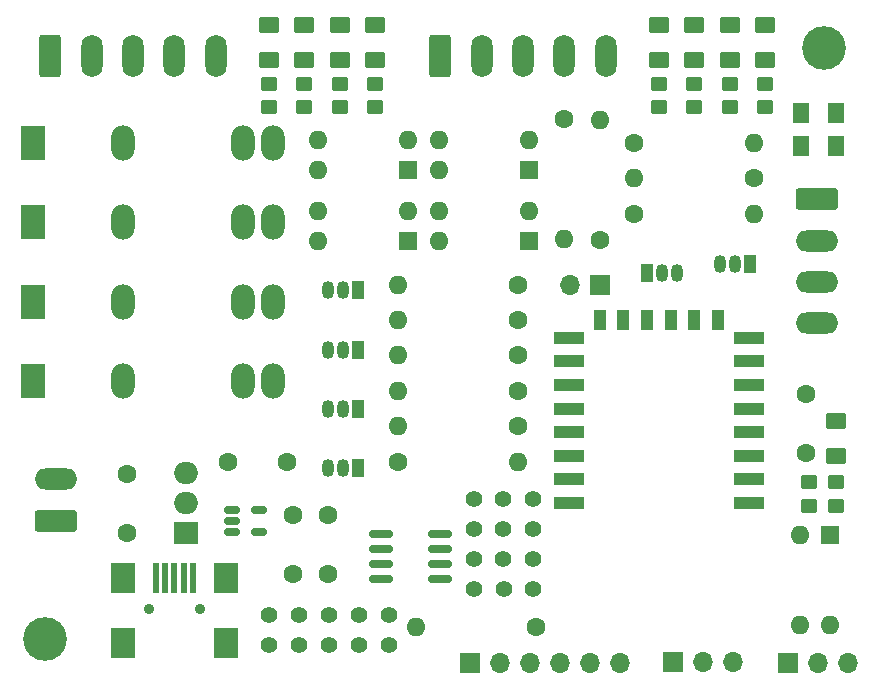
<source format=gbr>
%TF.GenerationSoftware,KiCad,Pcbnew,(6.0.7)*%
%TF.CreationDate,2023-01-15T20:37:24-05:00*%
%TF.ProjectId,ESPoules,4553506f-756c-4657-932e-6b696361645f,rev?*%
%TF.SameCoordinates,Original*%
%TF.FileFunction,Soldermask,Top*%
%TF.FilePolarity,Negative*%
%FSLAX46Y46*%
G04 Gerber Fmt 4.6, Leading zero omitted, Abs format (unit mm)*
G04 Created by KiCad (PCBNEW (6.0.7)) date 2023-01-15 20:37:24*
%MOMM*%
%LPD*%
G01*
G04 APERTURE LIST*
G04 Aperture macros list*
%AMRoundRect*
0 Rectangle with rounded corners*
0 $1 Rounding radius*
0 $2 $3 $4 $5 $6 $7 $8 $9 X,Y pos of 4 corners*
0 Add a 4 corners polygon primitive as box body*
4,1,4,$2,$3,$4,$5,$6,$7,$8,$9,$2,$3,0*
0 Add four circle primitives for the rounded corners*
1,1,$1+$1,$2,$3*
1,1,$1+$1,$4,$5*
1,1,$1+$1,$6,$7*
1,1,$1+$1,$8,$9*
0 Add four rect primitives between the rounded corners*
20,1,$1+$1,$2,$3,$4,$5,0*
20,1,$1+$1,$4,$5,$6,$7,0*
20,1,$1+$1,$6,$7,$8,$9,0*
20,1,$1+$1,$8,$9,$2,$3,0*%
G04 Aperture macros list end*
%ADD10RoundRect,0.250001X0.624999X-0.462499X0.624999X0.462499X-0.624999X0.462499X-0.624999X-0.462499X0*%
%ADD11C,1.400000*%
%ADD12R,1.700000X1.700000*%
%ADD13O,1.700000X1.700000*%
%ADD14R,2.000000X3.000000*%
%ADD15O,2.000000X3.000000*%
%ADD16C,3.700000*%
%ADD17C,1.600000*%
%ADD18O,1.600000X1.600000*%
%ADD19RoundRect,0.250000X0.450000X-0.350000X0.450000X0.350000X-0.450000X0.350000X-0.450000X-0.350000X0*%
%ADD20RoundRect,0.250001X-0.624999X0.462499X-0.624999X-0.462499X0.624999X-0.462499X0.624999X0.462499X0*%
%ADD21R,1.600000X1.600000*%
%ADD22R,2.000000X1.905000*%
%ADD23O,2.000000X1.905000*%
%ADD24R,1.050000X1.500000*%
%ADD25O,1.050000X1.500000*%
%ADD26RoundRect,0.150000X-0.825000X-0.150000X0.825000X-0.150000X0.825000X0.150000X-0.825000X0.150000X0*%
%ADD27RoundRect,0.250000X-0.450000X0.350000X-0.450000X-0.350000X0.450000X-0.350000X0.450000X0.350000X0*%
%ADD28RoundRect,0.250000X-0.650000X-1.550000X0.650000X-1.550000X0.650000X1.550000X-0.650000X1.550000X0*%
%ADD29O,1.800000X3.600000*%
%ADD30RoundRect,0.250000X1.550000X-0.650000X1.550000X0.650000X-1.550000X0.650000X-1.550000X-0.650000X0*%
%ADD31O,3.600000X1.800000*%
%ADD32R,2.500000X1.000000*%
%ADD33R,1.000000X1.800000*%
%ADD34RoundRect,0.250001X0.462499X0.624999X-0.462499X0.624999X-0.462499X-0.624999X0.462499X-0.624999X0*%
%ADD35RoundRect,0.150000X-0.512500X-0.150000X0.512500X-0.150000X0.512500X0.150000X-0.512500X0.150000X0*%
%ADD36C,0.900000*%
%ADD37R,0.500000X2.500000*%
%ADD38R,2.000000X2.500000*%
%ADD39RoundRect,0.250000X-1.550000X0.650000X-1.550000X-0.650000X1.550000X-0.650000X1.550000X0.650000X0*%
G04 APERTURE END LIST*
D10*
%TO.C,D2*%
X160000000Y-99975000D03*
X160000000Y-97000000D03*
%TD*%
D11*
%TO.C,REF\u002A\u002A*%
X162540000Y-149540000D03*
%TD*%
D12*
%TO.C,J9*%
X177000000Y-151000000D03*
D13*
X179540000Y-151000000D03*
X182080000Y-151000000D03*
X184620000Y-151000000D03*
X187160000Y-151000000D03*
X189700000Y-151000000D03*
%TD*%
D11*
%TO.C,REF\u002A\u002A*%
X162540000Y-147000000D03*
%TD*%
D14*
%TO.C,U5*%
X140000000Y-113731000D03*
D15*
X147620000Y-113731000D03*
X157780000Y-113731000D03*
X160320000Y-113731000D03*
%TD*%
D12*
%TO.C,J5*%
X194225000Y-150975000D03*
D13*
X196765000Y-150975000D03*
X199305000Y-150975000D03*
%TD*%
D16*
%TO.C,REF\u002A\u002A*%
X207000000Y-99000000D03*
%TD*%
D11*
%TO.C,REF\u002A\u002A*%
X179839765Y-139700000D03*
%TD*%
D17*
%TO.C,R10*%
X181080000Y-128000000D03*
D18*
X170920000Y-128000000D03*
%TD*%
D11*
%TO.C,REF\u002A\u002A*%
X170160000Y-149540000D03*
%TD*%
D17*
%TO.C,C5*%
X205500000Y-128250000D03*
X205500000Y-133250000D03*
%TD*%
D19*
%TO.C,R21*%
X202000000Y-104000000D03*
X202000000Y-102000000D03*
%TD*%
D17*
%TO.C,R2*%
X170920000Y-134000000D03*
D18*
X181080000Y-134000000D03*
%TD*%
D11*
%TO.C,REF\u002A\u002A*%
X182366740Y-139700000D03*
%TD*%
D19*
%TO.C,R12*%
X163000000Y-104000000D03*
X163000000Y-102000000D03*
%TD*%
D20*
%TO.C,D8*%
X193000000Y-97012500D03*
X193000000Y-99987500D03*
%TD*%
D17*
%TO.C,C4*%
X165000000Y-138500000D03*
X165000000Y-143500000D03*
%TD*%
D21*
%TO.C,U11*%
X182050000Y-115275000D03*
D18*
X182050000Y-112735000D03*
X174430000Y-112735000D03*
X174430000Y-115275000D03*
%TD*%
D12*
%TO.C,J4*%
X188000000Y-119000000D03*
D13*
X185460000Y-119000000D03*
%TD*%
D17*
%TO.C,R7*%
X181080000Y-119000000D03*
D18*
X170920000Y-119000000D03*
%TD*%
D10*
%TO.C,D3*%
X163000000Y-99975000D03*
X163000000Y-97000000D03*
%TD*%
D17*
%TO.C,R8*%
X181080000Y-122000000D03*
D18*
X170920000Y-122000000D03*
%TD*%
D22*
%TO.C,U14*%
X153000000Y-140000000D03*
D23*
X153000000Y-137460000D03*
X153000000Y-134920000D03*
%TD*%
D17*
%TO.C,R3*%
X181080000Y-131000000D03*
D18*
X170920000Y-131000000D03*
%TD*%
D24*
%TO.C,Q5*%
X192000000Y-118000000D03*
D25*
X193270000Y-118000000D03*
X194540000Y-118000000D03*
%TD*%
D26*
%TO.C,U8*%
X169525000Y-140095000D03*
X169525000Y-141365000D03*
X169525000Y-142635000D03*
X169525000Y-143905000D03*
X174475000Y-143905000D03*
X174475000Y-142635000D03*
X174475000Y-141365000D03*
X174475000Y-140095000D03*
%TD*%
D19*
%TO.C,R20*%
X199000000Y-104000000D03*
X199000000Y-102000000D03*
%TD*%
D17*
%TO.C,C3*%
X148000000Y-140000000D03*
X148000000Y-135000000D03*
%TD*%
D20*
%TO.C,D9*%
X196000000Y-97012500D03*
X196000000Y-99987500D03*
%TD*%
D11*
%TO.C,REF\u002A\u002A*%
X179839765Y-137160000D03*
%TD*%
D27*
%TO.C,R6*%
X208000000Y-135750000D03*
X208000000Y-137750000D03*
%TD*%
D11*
%TO.C,+*%
X177323246Y-139700000D03*
%TD*%
D12*
%TO.C,J8*%
X203975000Y-151000000D03*
D13*
X206515000Y-151000000D03*
X209055000Y-151000000D03*
%TD*%
D28*
%TO.C,J2*%
X141500000Y-99642500D03*
D29*
X145000000Y-99642500D03*
X148500000Y-99642500D03*
X152000000Y-99642500D03*
X155500000Y-99642500D03*
%TD*%
D19*
%TO.C,R11*%
X160000000Y-104000000D03*
X160000000Y-102000000D03*
%TD*%
D30*
%TO.C,J3*%
X142000000Y-139000000D03*
D31*
X142000000Y-135500000D03*
%TD*%
D11*
%TO.C,REF\u002A\u002A*%
X165080000Y-149540000D03*
%TD*%
%TO.C,REF\u002A\u002A*%
X170160000Y-147000000D03*
%TD*%
%TO.C,REF\u002A\u002A*%
X177323246Y-137160000D03*
%TD*%
D32*
%TO.C,U1*%
X200600000Y-137500000D03*
X200600000Y-135500000D03*
X200600000Y-133500000D03*
X200600000Y-131500000D03*
X200600000Y-129500000D03*
X200600000Y-127500000D03*
X200600000Y-125500000D03*
X200600000Y-123500000D03*
D33*
X198000000Y-122000000D03*
X196000000Y-122000000D03*
X194000000Y-122000000D03*
X192000000Y-122000000D03*
X190000000Y-122000000D03*
X188000000Y-122000000D03*
D32*
X185400000Y-123500000D03*
X185400000Y-125500000D03*
X185400000Y-127500000D03*
X185400000Y-129500000D03*
X185400000Y-131500000D03*
X185400000Y-133500000D03*
X185400000Y-135500000D03*
X185400000Y-137500000D03*
%TD*%
D11*
%TO.C,REF\u002A\u002A*%
X179863246Y-144780000D03*
%TD*%
D34*
%TO.C,D7*%
X207987500Y-104500000D03*
X205012500Y-104500000D03*
%TD*%
D11*
%TO.C,REF\u002A\u002A*%
X165080000Y-147000000D03*
%TD*%
D21*
%TO.C,U9*%
X171800000Y-115275000D03*
D18*
X171800000Y-112735000D03*
X164180000Y-112735000D03*
X164180000Y-115275000D03*
%TD*%
D35*
%TO.C,U2*%
X156862500Y-138050000D03*
X156862500Y-139000000D03*
X156862500Y-139950000D03*
X159137500Y-139950000D03*
X159137500Y-138050000D03*
%TD*%
D17*
%TO.C,R1*%
X182580000Y-148000000D03*
D18*
X172420000Y-148000000D03*
%TD*%
D10*
%TO.C,D4*%
X166000000Y-99975000D03*
X166000000Y-97000000D03*
%TD*%
D20*
%TO.C,D10*%
X199000000Y-97012500D03*
X199000000Y-99987500D03*
%TD*%
D16*
%TO.C,REF\u002A\u002A*%
X141000000Y-149000000D03*
%TD*%
D21*
%TO.C,U12*%
X182050000Y-109275000D03*
D18*
X182050000Y-106735000D03*
X174430000Y-106735000D03*
X174430000Y-109275000D03*
%TD*%
D11*
%TO.C,-*%
X177323246Y-142240000D03*
%TD*%
D19*
%TO.C,R13*%
X166000000Y-104000000D03*
X166000000Y-102000000D03*
%TD*%
D11*
%TO.C,REF\u002A\u002A*%
X160000000Y-149540000D03*
%TD*%
%TO.C,REF\u002A\u002A*%
X179839765Y-142240000D03*
%TD*%
D21*
%TO.C,SW1*%
X207500000Y-140200000D03*
D18*
X204960000Y-140200000D03*
X204960000Y-147820000D03*
X207500000Y-147820000D03*
%TD*%
D10*
%TO.C,D1*%
X208000000Y-133487500D03*
X208000000Y-130512500D03*
%TD*%
D17*
%TO.C,RTRIG1*%
X188000000Y-115250000D03*
D18*
X188000000Y-105090000D03*
%TD*%
D24*
%TO.C,Q2*%
X167500000Y-124500000D03*
D25*
X166230000Y-124500000D03*
X164960000Y-124500000D03*
%TD*%
D17*
%TO.C,R17*%
X185000000Y-105000000D03*
D18*
X185000000Y-115160000D03*
%TD*%
D24*
%TO.C,Q3*%
X167500000Y-129500000D03*
D25*
X166230000Y-129500000D03*
X164960000Y-129500000D03*
%TD*%
D11*
%TO.C,REF\u002A\u002A*%
X182390221Y-144780000D03*
%TD*%
D17*
%TO.C,R16*%
X190920000Y-107000000D03*
D18*
X201080000Y-107000000D03*
%TD*%
D17*
%TO.C,C1*%
X156500000Y-134000000D03*
X161500000Y-134000000D03*
%TD*%
%TO.C,RECHO1*%
X190920000Y-113000000D03*
D18*
X201080000Y-113000000D03*
%TD*%
D24*
%TO.C,Q4*%
X167500000Y-134500000D03*
D25*
X166230000Y-134500000D03*
X164960000Y-134500000D03*
%TD*%
D11*
%TO.C,REF\u002A\u002A*%
X160000000Y-147000000D03*
%TD*%
D24*
%TO.C,Q1*%
X167500000Y-119500000D03*
D25*
X166230000Y-119500000D03*
X164960000Y-119500000D03*
%TD*%
D14*
%TO.C,U4*%
X140000000Y-107000000D03*
D15*
X147620000Y-107000000D03*
X157780000Y-107000000D03*
X160320000Y-107000000D03*
%TD*%
D11*
%TO.C,REF\u002A\u002A*%
X167620000Y-147000000D03*
%TD*%
D27*
%TO.C,R5*%
X205750000Y-135750000D03*
X205750000Y-137750000D03*
%TD*%
D28*
%TO.C,J6*%
X174517500Y-99642500D03*
D29*
X178017500Y-99642500D03*
X181517500Y-99642500D03*
X185017500Y-99642500D03*
X188517500Y-99642500D03*
%TD*%
D14*
%TO.C,U7*%
X140000000Y-127193000D03*
D15*
X147620000Y-127193000D03*
X157780000Y-127193000D03*
X160320000Y-127193000D03*
%TD*%
D19*
%TO.C,R19*%
X196000000Y-104000000D03*
X196000000Y-102000000D03*
%TD*%
D11*
%TO.C,REF\u002A\u002A*%
X182366740Y-142240000D03*
%TD*%
D17*
%TO.C,R15*%
X201080000Y-110000000D03*
D18*
X190920000Y-110000000D03*
%TD*%
D24*
%TO.C,Q6*%
X200750000Y-117250000D03*
D25*
X199480000Y-117250000D03*
X198210000Y-117250000D03*
%TD*%
D14*
%TO.C,U6*%
X140000000Y-120462000D03*
D15*
X147620000Y-120462000D03*
X157780000Y-120462000D03*
X160320000Y-120462000D03*
%TD*%
D10*
%TO.C,D5*%
X169000000Y-99975000D03*
X169000000Y-97000000D03*
%TD*%
D34*
%TO.C,D6*%
X207987500Y-107250000D03*
X205012500Y-107250000D03*
%TD*%
D11*
%TO.C,REF\u002A\u002A*%
X167620000Y-149540000D03*
%TD*%
D19*
%TO.C,R14*%
X169000000Y-104000000D03*
X169000000Y-102000000D03*
%TD*%
D17*
%TO.C,R9*%
X181080000Y-125000000D03*
D18*
X170920000Y-125000000D03*
%TD*%
D11*
%TO.C,OUT*%
X177323246Y-144780000D03*
%TD*%
D19*
%TO.C,R4*%
X193000000Y-104000000D03*
X193000000Y-102000000D03*
%TD*%
D36*
%TO.C,J1*%
X149800000Y-146475000D03*
X154200000Y-146475000D03*
D37*
X150400000Y-143875000D03*
X151200000Y-143875000D03*
X152000000Y-143875000D03*
X152800000Y-143875000D03*
X153600000Y-143875000D03*
D38*
X147600000Y-149375000D03*
X156400000Y-143875000D03*
X156400000Y-149375000D03*
X147600000Y-143875000D03*
%TD*%
D17*
%TO.C,C2*%
X162000000Y-138500000D03*
X162000000Y-143500000D03*
%TD*%
D21*
%TO.C,U10*%
X171800000Y-109275000D03*
D18*
X171800000Y-106735000D03*
X164180000Y-106735000D03*
X164180000Y-109275000D03*
%TD*%
D20*
%TO.C,D11*%
X202000000Y-97012500D03*
X202000000Y-99987500D03*
%TD*%
D39*
%TO.C,J7*%
X206357500Y-111767500D03*
D31*
X206357500Y-115267500D03*
X206357500Y-118767500D03*
X206357500Y-122267500D03*
%TD*%
D11*
%TO.C,REF\u002A\u002A*%
X182366740Y-137160000D03*
%TD*%
M02*

</source>
